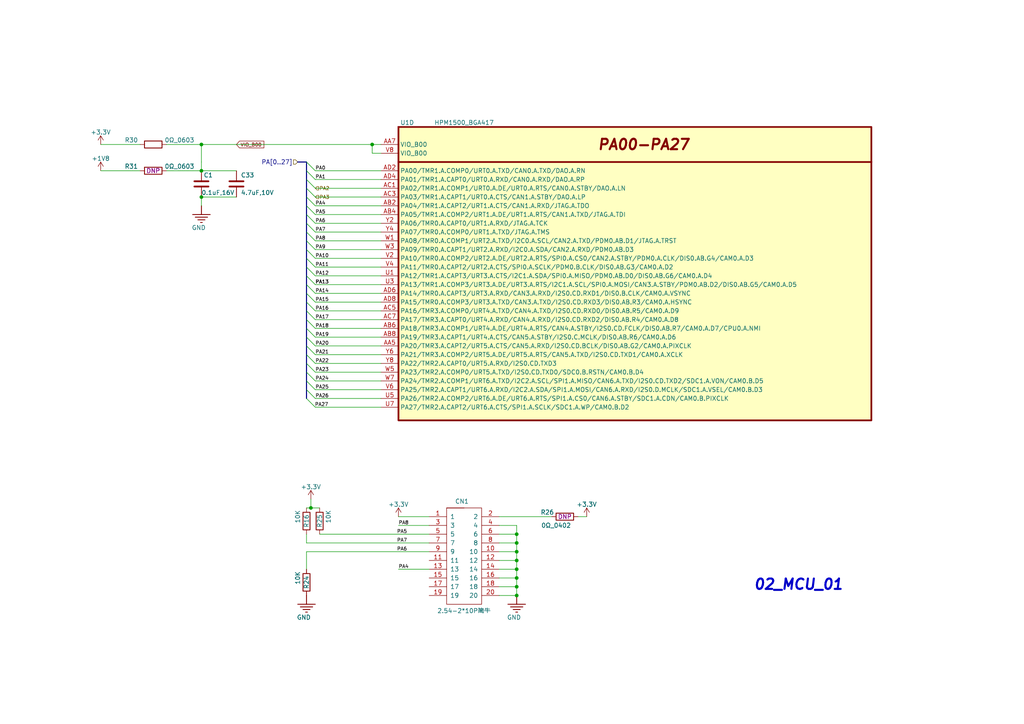
<source format=kicad_sch>
(kicad_sch (version 20230121) (generator eeschema)
  (paper "A4")
  (junction (at 149.86 162.56))
  (junction (at 58.42 57.15))
  (junction (at 149.86 170.18))
  (junction (at 107.95 41.91))
  (junction (at 149.86 165.1))
  (junction (at 58.42 49.53))
  (junction (at 90.17 147.32))
  (junction (at 149.86 172.72))
  (junction (at 149.86 154.94))
  (junction (at 149.86 157.48))
  (junction (at 58.42 41.91))
  (junction (at 149.86 167.64))
  (junction (at 149.86 160.02))
  (bus_entry (at 88.9 102.87) (size 2.54 2.54))
  (bus_entry (at 88.9 92.71) (size 2.54 2.54))
  (bus_entry (at 88.9 107.95) (size 2.54 2.54))
  (bus_entry (at 88.9 113.03) (size 2.54 2.54))
  (bus_entry (at 88.9 77.47) (size 2.54 2.54))
  (bus_entry (at 88.9 110.49) (size 2.54 2.54))
  (bus_entry (at 88.9 105.41) (size 2.54 2.54))
  (bus_entry (at 88.9 59.69) (size 2.54 2.54))
  (bus_entry (at 88.9 52.07) (size 2.54 2.54))
  (bus_entry (at 88.9 72.39) (size 2.54 2.54))
  (bus_entry (at 88.9 100.33) (size 2.54 2.54))
  (bus_entry (at 88.9 87.63) (size 2.54 2.54))
  (bus_entry (at 88.9 82.55) (size 2.54 2.54))
  (bus_entry (at 88.9 54.61) (size 2.54 2.54))
  (bus_entry (at 88.9 115.57) (size 2.54 2.54))
  (bus_entry (at 88.9 69.85) (size 2.54 2.54))
  (bus_entry (at 88.9 46.99) (size 2.54 2.54))
  (bus_entry (at 88.9 62.23) (size 2.54 2.54))
  (bus_entry (at 88.9 95.25) (size 2.54 2.54))
  (bus_entry (at 88.9 97.79) (size 2.54 2.54))
  (bus_entry (at 88.9 90.17) (size 2.54 2.54))
  (bus_entry (at 88.9 80.01) (size 2.54 2.54))
  (bus_entry (at 88.9 67.31) (size 2.54 2.54))
  (bus_entry (at 88.9 74.93) (size 2.54 2.54))
  (bus_entry (at 88.9 64.77) (size 2.54 2.54))
  (bus_entry (at 88.9 49.53) (size 2.54 2.54))
  (bus_entry (at 88.9 57.15) (size 2.54 2.54))
  (bus_entry (at 88.9 85.09) (size 2.54 2.54))
  (wire (pts (xy 48.26 49.53) (xy 58.42 49.53)) (stroke (width 0.15)))
  (wire (pts (xy 149.86 165.1) (xy 149.86 167.64)) (stroke (width 0.15)))
  (wire (pts (xy 91.44 107.95) (xy 110.49 107.95)) (stroke (width 0.15)))
  (wire (pts (xy 91.44 113.03) (xy 110.49 113.03)) (stroke (width 0.15)))
  (wire (pts (xy 90.17 144.78) (xy 90.17 147.32)) (stroke (width 0.15)))
  (wire (pts (xy 144.78 152.4) (xy 149.86 152.4)) (stroke (width 0.15)))
  (wire (pts (xy 144.78 157.48) (xy 149.86 157.48)) (stroke (width 0.15)))
  (wire (pts (xy 91.44 105.41) (xy 110.49 105.41)) (stroke (width 0.15)))
  (wire (pts (xy 90.17 147.32) (xy 92.71 147.32)) (stroke (width 0.15)))
  (bus (pts (xy 88.9 110.49) (xy 88.9 107.95)))
  (wire (pts (xy 92.71 154.94) (xy 124.46 154.94)) (stroke (width 0.15)))
  (wire (pts (xy 91.44 77.47) (xy 110.49 77.47)) (stroke (width 0.15)))
  (bus (pts (xy 88.9 82.55) (xy 88.9 80.01)))
  (wire (pts (xy 88.9 160.02) (xy 124.46 160.02)) (stroke (width 0.15)))
  (bus (pts (xy 88.9 57.15) (xy 88.9 59.69)))
  (wire (pts (xy 29.21 49.53) (xy 40.64 49.53)) (stroke (width 0.15)))
  (bus (pts (xy 88.9 100.33) (xy 88.9 97.79)))
  (wire (pts (xy 58.42 59.69) (xy 58.42 57.15)))
  (wire (pts (xy 144.78 170.18) (xy 149.86 170.18)) (stroke (width 0.15)))
  (bus (pts (xy 88.9 74.93) (xy 88.9 72.39)))
  (wire (pts (xy 144.78 160.02) (xy 149.86 160.02)) (stroke (width 0.15)))
  (bus (pts (xy 88.9 77.47) (xy 88.9 74.93)))
  (wire (pts (xy 144.78 162.56) (xy 149.86 162.56)) (stroke (width 0.15)))
  (wire (pts (xy 149.86 172.72) (xy 144.78 172.72)) (stroke (width 0.15)))
  (bus (pts (xy 88.9 105.41) (xy 88.9 102.87)))
  (wire (pts (xy 149.86 160.02) (xy 149.86 162.56)) (stroke (width 0.15)))
  (wire (pts (xy 58.42 41.91) (xy 58.42 46.99)))
  (wire (pts (xy 149.86 167.64) (xy 149.86 170.18)) (stroke (width 0.15)))
  (wire (pts (xy 110.49 44.45) (xy 107.95 44.45)) (stroke (width 0.15)))
  (wire (pts (xy 91.44 64.77) (xy 110.49 64.77)) (stroke (width 0.15)))
  (wire (pts (xy 91.44 100.33) (xy 110.49 100.33)) (stroke (width 0.15)))
  (wire (pts (xy 91.44 59.69) (xy 110.49 59.69)) (stroke (width 0.15)))
  (wire (pts (xy 91.44 54.61) (xy 110.49 54.61)) (stroke (width 0.15)))
  (wire (pts (xy 144.78 154.94) (xy 149.86 154.94)) (stroke (width 0.15)))
  (wire (pts (xy 91.44 90.17) (xy 110.49 90.17)) (stroke (width 0.15)))
  (bus (pts (xy 88.9 97.79) (xy 88.9 95.25)))
  (wire (pts (xy 91.44 49.53) (xy 110.49 49.53)) (stroke (width 0.15)))
  (wire (pts (xy 107.95 41.91) (xy 110.49 41.91)) (stroke (width 0.15)))
  (wire (pts (xy 115.57 152.4) (xy 124.46 152.4)) (stroke (width 0.15)))
  (bus (pts (xy 88.9 67.31) (xy 88.9 69.85)))
  (bus (pts (xy 86.36 46.99) (xy 88.9 46.99)))
  (wire (pts (xy 144.78 167.64) (xy 149.86 167.64)) (stroke (width 0.15)))
  (wire (pts (xy 91.44 92.71) (xy 110.49 92.71)) (stroke (width 0.15)))
  (wire (pts (xy 91.44 82.55) (xy 110.49 82.55)) (stroke (width 0.15)))
  (bus (pts (xy 88.9 87.63) (xy 88.9 85.09)))
  (wire (pts (xy 91.44 80.01) (xy 110.49 80.01)) (stroke (width 0.15)))
  (wire (pts (xy 91.44 87.63) (xy 110.49 87.63)) (stroke (width 0.15)))
  (bus (pts (xy 88.9 85.09) (xy 88.9 82.55)))
  (wire (pts (xy 107.95 44.45) (xy 107.95 41.91)) (stroke (width 0.15)))
  (bus (pts (xy 88.9 69.85) (xy 88.9 72.39)))
  (bus (pts (xy 88.9 64.77) (xy 88.9 67.31)))
  (bus (pts (xy 88.9 113.03) (xy 88.9 115.57)))
  (wire (pts (xy 91.44 85.09) (xy 110.49 85.09)) (stroke (width 0.15)))
  (wire (pts (xy 95.25 118.11) (xy 110.49 118.11)) (stroke (width 0.15)))
  (wire (pts (xy 91.44 72.39) (xy 110.49 72.39)))
  (wire (pts (xy 91.44 95.25) (xy 110.49 95.25)) (stroke (width 0.15)))
  (bus (pts (xy 88.9 46.99) (xy 88.9 49.53)))
  (bus (pts (xy 88.9 90.17) (xy 88.9 87.63)))
  (bus (pts (xy 88.9 107.95) (xy 88.9 105.41)))
  (wire (pts (xy 149.86 154.94) (xy 149.86 157.48)) (stroke (width 0.15)))
  (bus (pts (xy 88.9 54.61) (xy 88.9 57.15)))
  (wire (pts (xy 170.18 149.86) (xy 167.64 149.86)) (stroke (width 0.15)))
  (bus (pts (xy 88.9 92.71) (xy 88.9 90.17)))
  (wire (pts (xy 58.42 46.99) (xy 58.42 49.53)) (stroke (width 0.15)))
  (wire (pts (xy 91.44 57.15) (xy 110.49 57.15)) (stroke (width 0.15)))
  (wire (pts (xy 29.21 41.91) (xy 40.64 41.91)) (stroke (width 0.15)))
  (wire (pts (xy 91.44 62.23) (xy 110.49 62.23)) (stroke (width 0.15)))
  (wire (pts (xy 160.02 149.86) (xy 144.78 149.86)) (stroke (width 0.15)))
  (wire (pts (xy 90.17 147.32) (xy 88.9 147.32)) (stroke (width 0.15)))
  (bus (pts (xy 88.9 49.53) (xy 88.9 52.07)))
  (wire (pts (xy 91.44 52.07) (xy 110.49 52.07)) (stroke (width 0.15)))
  (wire (pts (xy 91.44 74.93) (xy 110.49 74.93)) (stroke (width 0.15)))
  (wire (pts (xy 91.44 115.57) (xy 110.49 115.57)) (stroke (width 0.15)))
  (wire (pts (xy 115.57 165.1) (xy 124.46 165.1)) (stroke (width 0.15)))
  (wire (pts (xy 91.44 97.79) (xy 110.49 97.79)) (stroke (width 0.15)))
  (bus (pts (xy 88.9 59.69) (xy 88.9 62.23)))
  (wire (pts (xy 91.44 67.31) (xy 110.49 67.31)) (stroke (width 0.15)))
  (bus (pts (xy 88.9 52.07) (xy 88.9 54.61)))
  (wire (pts (xy 91.44 69.85) (xy 110.49 69.85)))
  (bus (pts (xy 88.9 113.03) (xy 88.9 110.49)))
  (wire (pts (xy 48.26 41.91) (xy 58.42 41.91)))
  (wire (pts (xy 144.78 165.1) (xy 149.86 165.1)) (stroke (width 0.15)))
  (wire (pts (xy 149.86 152.4) (xy 149.86 154.94)) (stroke (width 0.15)))
  (bus (pts (xy 88.9 102.87) (xy 88.9 100.33)))
  (wire (pts (xy 58.42 57.15) (xy 68.58 57.15)))
  (wire (pts (xy 88.9 154.94) (xy 88.9 157.48)) (stroke (width 0.15)))
  (wire (pts (xy 149.86 170.18) (xy 149.86 172.72)) (stroke (width 0.15)))
  (wire (pts (xy 58.42 49.53) (xy 68.58 49.53)))
  (wire (pts (xy 88.9 160.02) (xy 88.9 165.1)))
  (wire (pts (xy 115.57 149.86) (xy 124.46 149.86)) (stroke (width 0.15)))
  (bus (pts (xy 88.9 95.25) (xy 88.9 92.71)))
  (wire (pts (xy 58.42 41.91) (xy 107.95 41.91)) (stroke (width 0.15)))
  (wire (pts (xy 149.86 162.56) (xy 149.86 165.1)) (stroke (width 0.15)))
  (bus (pts (xy 88.9 62.23) (xy 88.9 64.77)))
  (bus (pts (xy 88.9 80.01) (xy 88.9 77.47)))
  (wire (pts (xy 91.44 118.11) (xy 95.25 118.11)))
  (wire (pts (xy 91.44 110.49) (xy 110.49 110.49)) (stroke (width 0.15)))
  (wire (pts (xy 88.9 157.48) (xy 124.46 157.48)) (stroke (width 0.15)))
  (wire (pts (xy 91.44 102.87) (xy 110.49 102.87)) (stroke (width 0.15)))
  (wire (pts (xy 149.86 157.48) (xy 149.86 160.02)) (stroke (width 0.15)))
  (text "02_MCU_01" (at 218.44 171.45 0) (effects (font (size 3 3) (thickness 0.6) bold italic) (justify left bottom)))
  (label "PA8" (at 115.57 152.4 0) (effects (font (size 1 1))))
  (label "PA13" (at 91.44 82.55 0) (effects (font (size 1 1))))
  (label "PA0" (at 91.44 49.53 0) (effects (font (size 1 1))) (property "Intersheetrefs" "${INTERSHEET_REFS}" (effects hide)))
  (label "PA23" (at 91.44 107.95 0) (effects (font (size 1 1))))
  (label "PA22" (at 91.44 105.41 0) (effects (font (size 1 1))))
  (label "PA5" (at 91.44 62.23 0) (effects (font (size 1 1))) (property "Intersheetrefs" "${INTERSHEET_REFS}" (effects hide)))
  (label "PA4" (at 91.44 59.69 0) (effects (font (size 1 1))) (property "Intersheetrefs" "${INTERSHEET_REFS}" (effects hide)))
  (label "PA24" (at 91.44 110.49 0) (effects (font (size 1 1))) (property "Intersheetrefs" "${INTERSHEET_REFS}" (effects hide)))
  (label "PA21" (at 91.44 102.87 0) (effects (font (size 1 1))) (property "Intersheetrefs" "${INTERSHEET_REFS}" (effects hide)))
  (label "PA12" (at 91.44 80.01 0) (effects (font (size 1 1))))
  (label "PA6" (at 91.44 64.77 0) (effects (font (size 1 1))) (property "Intersheetrefs" "${INTERSHEET_REFS}" (effects hide)))
  (label "PA10" (at 91.44 74.93 0) (effects (font (size 1 1))))
  (label "PA4" (at 115.57 165.1 0) (effects (font (size 1 1))))
  (label "PA7" (at 118.11 157.48 180) (effects (font (size 1 1))))
  (label "PA18" (at 91.44 95.25 0) (effects (font (size 1 1))))
  (label "PA11" (at 91.44 77.47 0) (effects (font (size 1 1))))
  (label "PA19" (at 91.44 97.79 0) (effects (font (size 1 1))))
  (label "PA20" (at 91.44 100.33 0) (effects (font (size 1 1))) (property "Intersheetrefs" "${INTERSHEET_REFS}" (effects hide)))
  (label "PA9" (at 91.44 72.39 0) (effects (font (size 1 1))) (property "Intersheetrefs" "${INTERSHEET_REFS}" (effects hide)))
  (label "PA16" (at 91.44 90.17 0) (effects (font (size 1 1))) (property "Intersheetrefs" "${INTERSHEET_REFS}" (effects hide)))
  (label "PA6" (at 118.11 160.02 180) (effects (font (size 1 1))))
  (label "PA7" (at 91.44 67.31 0) (effects (font (size 1 1))) (property "Intersheetrefs" "${INTERSHEET_REFS}" (effects hide)))
  (label "PA26" (at 91.44 115.57 0) (effects (font (size 1 1))))
  (label "PA5" (at 118.11 154.94 180) (effects (font (size 1 1))))
  (label "PA13" (at 91.44 82.55 0) (effects (font (size 1 1))))
  (label "PA14" (at 91.44 85.09 0) (effects (font (size 1 1))) (property "Intersheetrefs" "${INTERSHEET_REFS}" (effects hide)))
  (label "PA17" (at 91.44 92.71 0) (effects (font (size 1 1))) (property "Intersheetrefs" "${INTERSHEET_REFS}" (effects hide)))
  (label "PA8" (at 91.44 69.85 0) (effects (font (size 1 1))) (property "Intersheetrefs" "${INTERSHEET_REFS}" (effects hide)))
  (label "PA1" (at 91.44 52.07 0) (effects (font (size 1 1))) (property "Intersheetrefs" "${INTERSHEET_REFS}" (effects hide)))
  (label "PA15" (at 91.44 87.63 0) (effects (font (size 1 1))) (property "Intersheetrefs" "${INTERSHEET_REFS}" (effects hide)))
  (label "PA25" (at 91.44 113.03 0) (effects (font (size 1 1))) (property "Intersheetrefs" "${INTERSHEET_REFS}" (effects hide)))
  (label "PA27" (at 95.25 118.11 180) (effects (font (size 1 1))))
  (global_label "VIO_B00" (shape input) (at 68.58 41.91 0) (effects (font (size 1 1))) (property "Intersheetrefs" "${INTERSHEET_REFS}" (effects hide)))
  (hierarchical_label "PA3" (shape input) (at 91.44 57.15 0) (effects (font (size 1 1))))
  (hierarchical_label "PA2" (shape input) (at 91.44 54.61 0) (effects (font (size 1 1))))
  (hierarchical_label "PA[0..27]" (shape input) (at 86.36 46.99 180))
  (symbol (lib_id "00_HPM6800_Library:HPM6880IBD1") (at 252.73 36.83 0) (unit 4)
    (property "Reference" "U1" (at 118.11 35.56 0))
    (property "Value" "HPM1500_BGA417" (at 134.62 35.56 0))
    (property "Footprint" "00_HPM_Library:BGA_417" (effects hide))
    (property "Model" "此处不用焊接，不要加焊锡，不要收焊接费，，我们是socket" (effects hide))
    (property "Company" "HPM." (effects hide))
  )
  (symbol (lib_id "02_HPM_Resistor:0Ω_0402") (at 163.83 149.86 0) (unit 1)
    (property "Reference" "R26" (at 158.75 148.59 0))
    (property "Value" "0Ω_0402" (at 161.29 152.4 0))
    (property "Footprint" "02_HPM_Resistor:R_0402" (effects hide))
    (property "Model" "RC0402JR-070RL" (effects hide))
    (property "Company" "YAGEO(国巨)" (effects hide))
    (property "ASSY_OPT" "DNP" (at 163.83 149.86 0))
  )
  (symbol (lib_id "02_HPM_Resistor:10K") (at 92.71 151.13 270) (unit 1)
    (property "Reference" "R25" (at 92.71 151.13 0))
    (property "Value" "10K" (at 95.25 149.86 0))
    (property "Footprint" "02_HPM_Resistor:R_0402" (effects hide))
    (property "Model" "0402WGF1002TCE" (effects hide))
    (property "Company" "UNI-ROYAL(厚声)" (effects hide))
  )
  (symbol (lib_id "power:+3.3V") (at 170.18 149.86 0) (unit 1)
    (property "Reference" "#PWR0194" (effects hide))
    (property "Value" "+3.3V" (at 170.18 146.304 0))
  )
  (symbol (lib_id "333-altium-import:GND") (at 88.9 172.72 0) (unit 1)
    (property "Reference" "#PWR0191" (effects hide))
    (property "Value" "GND" (at 90.17 179.07 0) (effects (justify right)))
  )
  (symbol (lib_name "4.7uF,10V_1") (lib_id "03_HPM_Capacitance:4.7uF,10V") (at 68.58 53.34 0) (unit 1)
    (property "Reference" "C33" (at 69.85 50.8 0) (effects (justify left)))
    (property "Value" "4.7uF,10V" (at 69.85 55.88 0) (effects (justify left)))
    (property "Footprint" "03_HPM_Capacitance:C_0402" (effects hide))
    (property "Model" " CL05A475MP5NRNC" (effects hide))
    (property "Company" " SAMSUNG(三星)" (effects hide))
    (instances (project "HPM1500_DDR3_CORE_RevB" (path "" (reference "C33") (unit 1)) (path "" (reference "C134") (unit 1))))
  )
  (symbol (lib_id "power:+3.3V") (at 29.21 41.91 0) (unit 1)
    (property "Reference" "#PWR0209" (effects hide))
    (property "Value" "+3.3V" (at 29.21 38.354 0))
  )
  (symbol (lib_id "333-altium-import:GND") (at 149.86 172.72 0) (unit 1)
    (property "Reference" "#PWR0193" (effects hide))
    (property "Value" "GND" (at 151.13 179.07 0) (effects (justify right)))
  )
  (symbol (lib_id "power:+3.3V") (at 90.17 144.78 0) (unit 1)
    (property "Reference" "#PWR0190" (effects hide))
    (property "Value" "+3.3V" (at 90.17 141.224 0))
  )
  (symbol (lib_id "02_HPM_Resistor:0Ω_0603") (at 44.45 41.91 0) (unit 1)
    (property "Reference" "R30" (at 38.1 40.64 0))
    (property "Value" "0Ω_0603" (at 52.07 40.64 0))
    (property "Footprint" "02_HPM_Resistor:R_0603_1608Metric" (effects hide))
    (property "Model" "0603WAF0000T5E" (effects hide))
    (property "Company" "UNI-ROYAL(厚声)" (effects hide))
  )
  (symbol (lib_id "1HPM0531:Z-231011820106") (at 134.62 161.29 0) (unit 1)
    (property "Reference" "CN1" (at 133.985 145.415 0))
    (property "Value" "2.54-2*10P简牛" (at 134.62 177.165 0))
    (property "Footprint" "05_HPM_Connector:简易牛角插座 2-10P" (effects hide))
    (property "Model" "2.54-2*10P简牛" (effects hide))
    (property "Company" "BOOMELE(博穆精密)" (effects hide))
  )
  (symbol (lib_id "333-altium-import:GND") (at 58.42 59.69 0) (unit 1)
    (property "Reference" "#PWR0246" (effects hide))
    (property "Value" "GND" (at 59.69 66.04 0) (effects (justify right)))
  )
  (symbol (lib_name "0.1uF,16V_1") (lib_id "03_HPM_Capacitance:0.1uF,16V") (at 58.42 53.34 0) (unit 1)
    (property "Reference" "C1" (at 59.055 50.8 0) (effects (justify left)))
    (property "Value" "0.1uF,16V" (at 58.42 55.88 0) (effects (justify left)))
    (property "Footprint" "03_HPM_Capacitance:C_0402" (effects hide))
    (property "Model" "CL05B104KO5NNNC" (effects hide))
    (property "Company" "SAMSUNG(三星)" (effects hide))
    (instances (project "HPM1500_DDR3_CORE_RevB" (path "" (reference "C1") (unit 1)) (path "" (reference "C10") (unit 1))))
  )
  (symbol (lib_id "power:+1V8") (at 29.21 49.53 0) (unit 1)
    (property "Reference" "#PWR0208" (effects hide))
    (property "Value" "+1V8" (at 29.21 45.974 0))
  )
  (symbol (lib_id "power:+3.3V") (at 115.57 149.86 0) (unit 1)
    (property "Reference" "#PWR0192" (effects hide))
    (property "Value" "+3.3V" (at 115.57 146.304 0))
  )
  (symbol (lib_name "10K_1") (lib_id "02_HPM_Resistor:10K") (at 88.9 168.91 270) (unit 1)
    (property "Reference" "R24" (at 88.9 168.91 0))
    (property "Value" "10K" (at 86.36 167.64 0))
    (property "Footprint" "02_HPM_Resistor:R_0402" (effects hide))
    (property "Model" "0402WGF1002TCE" (effects hide))
    (property "Company" "UNI-ROYAL(厚声)" (effects hide))
  )
  (symbol (lib_name "10K_2") (lib_id "02_HPM_Resistor:10K") (at 88.9 151.13 270) (unit 1)
    (property "Reference" "R16" (at 88.9 151.13 0))
    (property "Value" "10K" (at 86.36 149.86 0))
    (property "Footprint" "02_HPM_Resistor:R_0402" (effects hide))
    (property "Model" "0402WGF1002TCE" (effects hide))
    (property "Company" "UNI-ROYAL(厚声)" (effects hide))
  )
  (symbol (lib_id "02_HPM_Resistor:0Ω_0603") (at 44.45 49.53 0) (unit 1)
    (property "Reference" "R31" (at 38.1 48.26 0))
    (property "Value" "0Ω_0603" (at 52.07 48.26 0))
    (property "Footprint" "02_HPM_Resistor:R_0603" (effects hide))
    (property "Model" "0603WAF0000T5E" (effects hide))
    (property "Company" "UNI-ROYAL(厚声)" (effects hide))
    (property "ASSY_OPT" "DNP" (at 44.45 49.53 0))
  )
)
</source>
